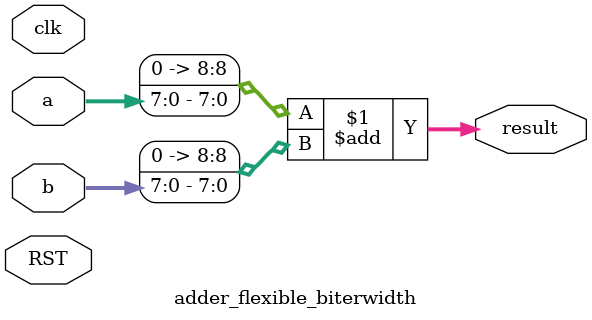
<source format=v>
/***********************************************
Module Name:   adder_flexible_biterwidth
Feature:       Counter with parameter bit_width and max_value
Coder:         Garfield
Organization:  XXXX Group, Department of Architecture
------------------------------------------------------
Input ports:   clk, 1 bit,clk
               RST, 1 bit, reset
               a, b, operents, , bit width defined by parameter WIDTH_A and WIDTH_B
Output Ports:  result, bit width depends on parameters
Parameters:    WIDTH_A, WIDTH_B, bit width
------------------------------------------------------
History:
02-04-2016: First Version by Garfield
02-04-2016: First verified by Adder_Flexible_BitWidth_test
***********************************************/
module adder_flexible_biterwidth 
  ( 
    clk, RST,
    a,b,result
  );
parameter WIDTH_A = 8, WIDTH_B = 8;
//Bit width for input

localparam WIDTH_OUT = 1 + ( (WIDTH_A > WIDTH_B) ? (WIDTH_A) : (WIDTH_B));
//Bit width for output: maximum between the width + 1 bit for carried bit

input clk, RST;
input[WIDTH_A - 1: 0] a;
input[WIDTH_B - 1: 0] b;
output[WIDTH_OUT - 1:0] result;
  
//Load other module(s)

//Definition for Variables in the module

//Logic
assign result = {{(WIDTH_OUT - WIDTH_A){1'b0}}, a} + { {(WIDTH_OUT - WIDTH_A){1'b0}}, b};

endmodule
</source>
